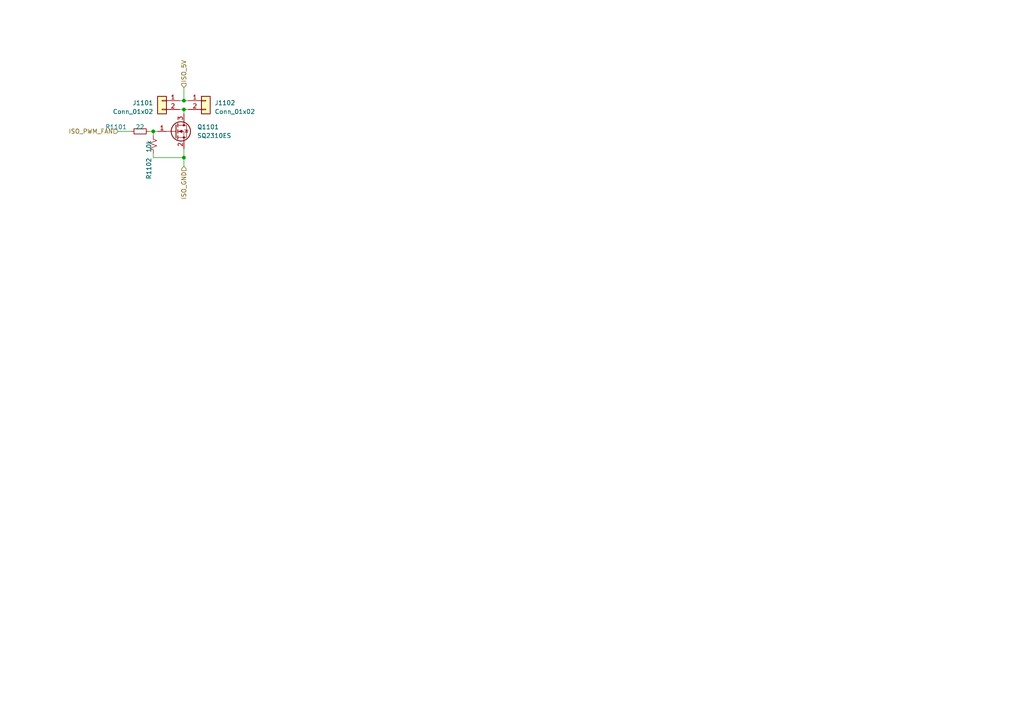
<source format=kicad_sch>
(kicad_sch (version 20250114) (generator "eeschema") (generator_version "9.0")
  (paper "A4")
  (title_block (title "AAP Inverter") (date "2023-05-01") (company "ENSEA"))
  (lib_symbols
    (symbol "Connector_Generic:Conn_01x02" (pin_names (offset 1.016) (hide yes))
      (property "Reference" "J" (at 0 2.54 0))
      (property "Value" "Conn_01x02" (at 0 -5.08 0))
      (symbol "Conn_01x02_1_1"
        (rectangle (start -1.27 1.27) (end 1.27 -3.81) (stroke (width 0.254)) (fill (type background)))
        (rectangle (start -1.27 0.127) (end 0 -0.127) (stroke (width 0.1524)))
        (rectangle (start -1.27 -2.413) (end 0 -2.667) (stroke (width 0.1524)))
        (pin passive line (at -5.08 0 0) (length 3.81) (name "Pin_1") (number "1"))
        (pin passive line (at -5.08 -2.54 0) (length 3.81) (name "Pin_2") (number "2"))
      )
    )
    (symbol "Device:Q_NMOS_GSD" (pin_names (offset 0) (hide yes))
      (property "Reference" "Q" (at 5.08 1.27 0))
      (property "Value" "Q_NMOS_GSD" (at 5.08 -1.27 0))
      (symbol "Q_NMOS_GSD_0_1"
        (polyline (pts (xy 0.254 1.905) (xy 0.254 -1.905)) (stroke (width 0.254)))
        (polyline (pts (xy 0.254 0) (xy -2.54 0)))
        (polyline (pts (xy 0.762 2.286) (xy 0.762 1.27)) (stroke (width 0.254)))
        (polyline (pts (xy 0.762 0.508) (xy 0.762 -0.508)) (stroke (width 0.254)))
        (polyline (pts (xy 0.762 -1.27) (xy 0.762 -2.286)) (stroke (width 0.254)))
        (polyline (pts (xy 0.762 -1.778) (xy 3.302 -1.778) (xy 3.302 1.778) (xy 0.762 1.778)))
        (polyline (pts (xy 1.016 0) (xy 2.032 0.381) (xy 2.032 -0.381) (xy 1.016 0)) (fill (type outline)))
        (circle (center 1.651 0) (radius 2.794) (stroke (width 0.254)))
        (polyline (pts (xy 2.54 2.54) (xy 2.54 1.778)))
        (circle (center 2.54 1.778) (radius 0.254) (fill (type outline)))
        (circle (center 2.54 -1.778) (radius 0.254) (fill (type outline)))
        (polyline (pts (xy 2.54 -2.54) (xy 2.54 0) (xy 0.762 0)))
        (polyline (pts (xy 2.794 0.508) (xy 2.921 0.381) (xy 3.683 0.381) (xy 3.81 0.254)))
        (polyline (pts (xy 3.302 0.381) (xy 2.921 -0.254) (xy 3.683 -0.254) (xy 3.302 0.381)))
      )
      (symbol "Q_NMOS_GSD_1_1"
        (pin input line (at -5.08 0 0) (length 2.54) (name "G") (number "1"))
        (pin passive line (at 2.54 5.08 270) (length 2.54) (name "D") (number "3"))
        (pin passive line (at 2.54 -5.08 90) (length 2.54) (name "S") (number "2"))
      )
    )
    (symbol "Device:R_Small" (pin_numbers (hide yes)) (pin_names (offset 0.254) (hide yes))
      (property "Reference" "R" (at 0.762 0.508 0))
      (property "Value" "R_Small" (at 0.762 -1.016 0))
      (symbol "R_Small_0_1"
        (rectangle (start -0.762 1.778) (end 0.762 -1.778) (stroke (width 0.2032)))
      )
      (symbol "R_Small_1_1"
        (pin passive line (at 0 2.54 270) (length 0.762) (name "~") (number "1"))
        (pin passive line (at 0 -2.54 90) (length 0.762) (name "~") (number "2"))
      )
    )
    (symbol "Device:R_Small_US" (pin_numbers (hide yes)) (pin_names (offset 0.254) (hide yes))
      (property "Reference" "R" (at 0.762 0.508 0))
      (property "Value" "R_Small_US" (at 0.762 -1.016 0))
      (symbol "R_Small_US_1_1"
        (polyline (pts (xy 0 1.524) (xy 1.016 1.143) (xy 0 0.762) (xy -1.016 0.381) (xy 0 0)))
        (polyline (pts (xy 0 0) (xy 1.016 -0.381) (xy 0 -0.762) (xy -1.016 -1.143) (xy 0 -1.524)))
        (pin passive line (at 0 2.54 270) (length 1.016) (name "~") (number "1"))
        (pin passive line (at 0 -2.54 90) (length 1.016) (name "~") (number "2"))
      )
    )
  )
  (junction (at 53.34 31.75))
  (junction (at 44.45 38.1))
  (junction (at 53.34 29.21))
  (junction (at 53.34 45.72))
  (wire (pts (xy 44.45 38.1) (xy 44.45 39.37)))
  (wire (pts (xy 44.45 38.1) (xy 45.72 38.1)))
  (wire (pts (xy 44.45 45.72) (xy 53.34 45.72)))
  (wire (pts (xy 44.45 44.45) (xy 44.45 45.72)))
  (wire (pts (xy 52.07 31.75) (xy 53.34 31.75)))
  (wire (pts (xy 53.34 31.75) (xy 53.34 33.02)))
  (wire (pts (xy 53.34 29.21) (xy 54.61 29.21)))
  (wire (pts (xy 53.34 25.4) (xy 53.34 29.21)))
  (wire (pts (xy 52.07 29.21) (xy 53.34 29.21)))
  (wire (pts (xy 53.34 45.72) (xy 53.34 48.26)))
  (wire (pts (xy 34.29 38.1) (xy 38.1 38.1)))
  (wire (pts (xy 43.18 38.1) (xy 44.45 38.1)))
  (wire (pts (xy 53.34 31.75) (xy 54.61 31.75)))
  (wire (pts (xy 53.34 43.18) (xy 53.34 45.72)))
  (hierarchical_label "ISO_5V" (shape input) (at 53.34 25.4 90))
  (hierarchical_label "ISO_PWM_FAN" (shape input) (at 34.29 38.1 180))
  (hierarchical_label "ISO_GND" (shape input) (at 53.34 48.26 270))
  (symbol (lib_id "Device:Q_NMOS_GSD") (at 50.8 38.1 0) (unit 1)
    (property "Reference" "Q1101" (at 57.15 36.8299 0) (effects (justify left)))
    (property "Value" "SQ2310ES" (at 57.15 39.3699 0) (effects (justify left)))
    (property "Footprint" "Package_TO_SOT_SMD:SOT-23" (effects (hide yes)))
    (property "Fournisseur" "RS" (effects (hide yes)))
    (property "MFR" "SQ2310ES-T1_BE3" (effects (hide yes)))
    (property "Ref" "787-9443" (effects (hide yes)))
    (instances (project "Inverter_KiCAD" (path "" (reference "Q1101") (unit 1))) (project "QuadCop" (path "" (reference "Q?") (unit 1))))
  )
  (symbol (lib_id "Device:R_Small") (at 40.64 38.1 270) (unit 1)
    (property "Reference" "R1101" (at 36.83 36.83 90) (effects (justify right)))
    (property "Value" "22" (at 41.91 36.83 90) (effects (justify right)))
    (property "Footprint" "Resistor_SMD:R_0402_1005Metric" (effects (hide yes)))
    (property "Fournisseur" "Stock" (effects (hide yes)))
    (instances (project "Inverter_KiCAD" (path "" (reference "R1101") (unit 1))) (project "QuadCop" (path "" (reference "R?") (unit 1))))
  )
  (symbol (lib_id "Connector_Generic:Conn_01x02") (at 46.99 29.21 0) (mirror y) (unit 1)
    (property "Reference" "J1101" (at 44.45 29.845 0) (effects (justify left)))
    (property "Value" "Conn_01x02" (at 44.45 32.385 0) (effects (justify left)))
    (property "Footprint" "Connector_JST:JST_XH_B2B-XH-A_1x02_P2.50mm_Vertical" (effects (hide yes)))
    (property "Fournisseur" "Stock" (effects (hide yes)))
  )
  (symbol (lib_id "Connector_Generic:Conn_01x02") (at 59.69 29.21 0) (unit 1)
    (property "Reference" "J1102" (at 62.23 29.845 0) (effects (justify left)))
    (property "Value" "Conn_01x02" (at 62.23 32.385 0) (effects (justify left)))
    (property "Footprint" "Connector_JST:JST_XH_B2B-XH-A_1x02_P2.50mm_Vertical" (effects (hide yes)))
    (property "Fournisseur" "Stock" (effects (hide yes)))
  )
  (symbol (lib_id "Device:R_Small_US") (at 44.45 41.91 0) (unit 1)
    (property "Reference" "R1102" (at 43.18 45.72 90) (effects (justify right)))
    (property "Value" "10k" (at 43.18 40.64 90) (effects (justify right)))
    (property "Footprint" "Resistor_SMD:R_0402_1005Metric" (effects (hide yes)))
    (property "Fournisseur" "Farnell" (effects (hide yes)))
    (property "MFR" "MC00625W0402110K" (effects (hide yes)))
    (property "Ref" "2130433" (effects (hide yes)))
    (instances (project "Inverter_KiCAD" (path "" (reference "R1102") (unit 1))) (project "QuadCop" (path "" (reference "R?") (unit 1))))
  )
)
</source>
